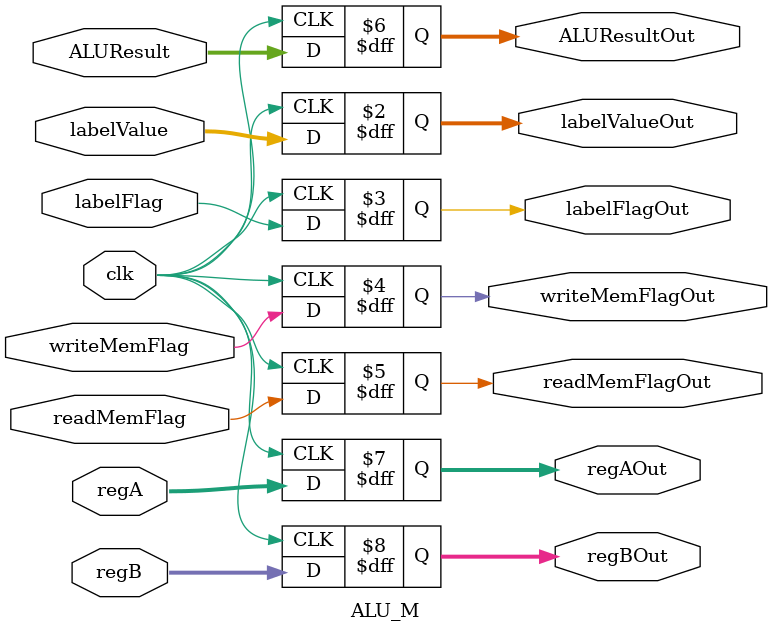
<source format=sv>
module ALU_M(

input clk,
input [7:0] labelValue,
input labelFlag,
input writeMemFlag,
input readMemFlag,
input [7:0] ALUResult,
input [7:0] regA,
input [7:0] regB,

//output clkOut,
output [7:0] labelValueOut,
output labelFlagOut,
output writeMemFlagOut,
output readMemFlagOut,
output [7:0] ALUResultOut,
output [7:0] regAOut,
output [7:0] regBOut
);


always @ (posedge clk)
begin

//clkOut = clk;
labelValueOut = labelValue;
labelFlagOut = labelFlag;
writeMemFlagOut = writeMemFlag;
readMemFlagOut = readMemFlag;
ALUResultOut = ALUResult;
regAOut = regA;
regBOut = regB;

end


endmodule
</source>
